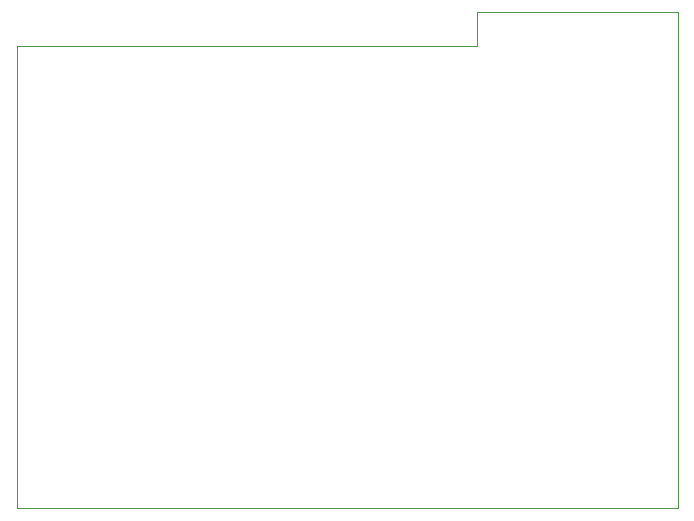
<source format=gbr>
%TF.GenerationSoftware,KiCad,Pcbnew,9.0.7*%
%TF.CreationDate,2026-02-10T00:04:01+01:00*%
%TF.ProjectId,kicad-c16-multirom,6b696361-642d-4633-9136-2d6d756c7469,1*%
%TF.SameCoordinates,Original*%
%TF.FileFunction,Profile,NP*%
%FSLAX46Y46*%
G04 Gerber Fmt 4.6, Leading zero omitted, Abs format (unit mm)*
G04 Created by KiCad (PCBNEW 9.0.7) date 2026-02-10 00:04:01*
%MOMM*%
%LPD*%
G01*
G04 APERTURE LIST*
%TA.AperFunction,Profile*%
%ADD10C,0.050000*%
%TD*%
G04 APERTURE END LIST*
D10*
X186944000Y-93500000D02*
X131000000Y-93500000D01*
X170000000Y-54356000D02*
X170000000Y-51500000D01*
X186944000Y-51500000D02*
X186944000Y-93500000D01*
X131000000Y-54356000D02*
X131000000Y-93500000D01*
X131000000Y-54356000D02*
X170000000Y-54356000D01*
X170000000Y-51500000D02*
X186944000Y-51500000D01*
M02*

</source>
